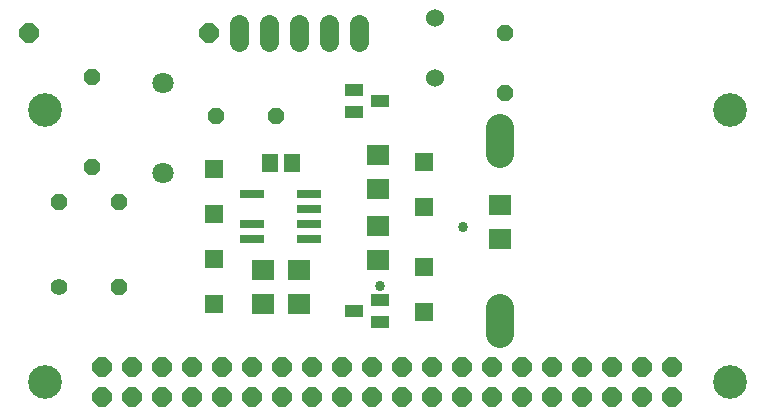
<source format=gbr>
G04 EAGLE Gerber RS-274X export*
G75*
%MOMM*%
%FSLAX34Y34*%
%LPD*%
%INSoldermask Bottom*%
%IPPOS*%
%AMOC8*
5,1,8,0,0,1.08239X$1,22.5*%
G01*
%ADD10C,2.851600*%
%ADD11P,1.539592X8X22.500000*%
%ADD12C,1.422400*%
%ADD13R,2.101600X0.701600*%
%ADD14C,1.801600*%
%ADD15P,1.539592X8X292.500000*%
%ADD16C,1.609600*%
%ADD17P,1.759533X8X202.500000*%
%ADD18R,1.401600X1.601600*%
%ADD19R,1.904600X1.701600*%
%ADD20P,1.539592X8X112.500000*%
%ADD21C,2.349500*%
%ADD22C,1.524000*%
%ADD23R,1.609600X1.609600*%
%ADD24R,1.501600X1.101600*%
%ADD25C,0.858000*%


D10*
X615000Y35000D03*
X35000Y35000D03*
X615000Y265000D03*
X35000Y265000D03*
D11*
X97900Y115000D03*
D12*
X47100Y115000D03*
D13*
X210100Y155950D03*
X210100Y168650D03*
X210100Y194050D03*
X258900Y194050D03*
X258900Y181350D03*
X258900Y168650D03*
X258900Y155950D03*
D14*
X135000Y288100D03*
X135000Y211900D03*
D15*
X75000Y293100D03*
X75000Y216900D03*
D11*
X47100Y187500D03*
X97900Y187500D03*
D16*
X300800Y322460D02*
X300800Y337540D01*
X275400Y337540D02*
X275400Y322460D01*
X250000Y322460D02*
X250000Y337540D01*
X224600Y337540D02*
X224600Y322460D01*
X199200Y322460D02*
X199200Y337540D01*
D17*
X173700Y330000D03*
X21300Y330000D03*
D11*
X179600Y260000D03*
X230400Y260000D03*
D18*
X225500Y220000D03*
X244500Y220000D03*
D19*
X420000Y184220D03*
X420000Y155780D03*
X220000Y100780D03*
X220000Y129220D03*
X250000Y129220D03*
X250000Y100780D03*
D20*
X425000Y279600D03*
X425000Y330400D03*
D21*
X420000Y97540D02*
X420000Y75061D01*
X420000Y227461D02*
X420000Y249940D01*
D22*
X365000Y342500D03*
X365000Y292500D03*
D23*
X178000Y214800D03*
X178000Y176700D03*
X178000Y138600D03*
X178000Y100500D03*
X355800Y94150D03*
X355800Y132250D03*
X355800Y183050D03*
X355800Y221150D03*
D17*
X566300Y47700D03*
X566300Y22300D03*
X540900Y47700D03*
X540900Y22300D03*
X515500Y47700D03*
X515500Y22300D03*
X490100Y47700D03*
X490100Y22300D03*
X464700Y47700D03*
X464700Y22300D03*
X439300Y47700D03*
X439300Y22300D03*
X413900Y47700D03*
X413900Y22300D03*
X388500Y47700D03*
X388500Y22300D03*
X363100Y47700D03*
X363100Y22300D03*
X337700Y47700D03*
X337700Y22300D03*
X312300Y47700D03*
X312300Y22300D03*
X286900Y47700D03*
X286900Y22300D03*
X261500Y47700D03*
X261500Y22300D03*
X236100Y47700D03*
X236100Y22300D03*
X210700Y47700D03*
X210700Y22300D03*
X185300Y47700D03*
X185300Y22300D03*
X159900Y47700D03*
X159900Y22300D03*
X134500Y47700D03*
X134500Y22300D03*
X109100Y47700D03*
X109100Y22300D03*
X83700Y47700D03*
X83700Y22300D03*
D19*
X317500Y198280D03*
X317500Y226720D03*
X317500Y166720D03*
X317500Y138280D03*
D24*
X318500Y272500D03*
X296500Y282000D03*
X296500Y263000D03*
X296500Y95000D03*
X318500Y85500D03*
X318500Y104500D03*
D25*
X389128Y165608D03*
X319024Y115824D03*
M02*

</source>
